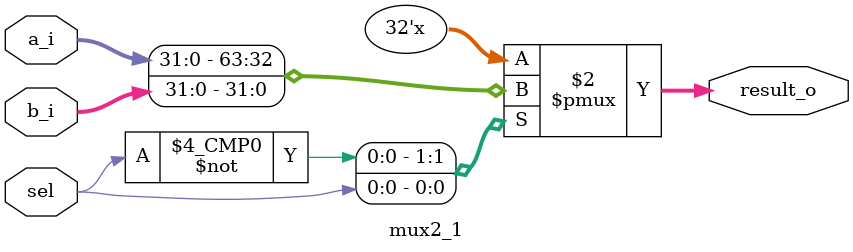
<source format=sv>
module mux2_1
#(
    parameter WIDTH = 32
)
(
       //input
		 input logic [WIDTH-1:0]a_i,
		 input logic [WIDTH-1:0]b_i,
		 input logic sel,
		 //output 
		 output logic [WIDTH-1:0] result_o);
		 always_comb begin
		 case(sel)
		 1'b0: result_o = a_i;
		 1'b1: result_o = b_i;
		 endcase 
		 end
endmodule: mux2_1
</source>
